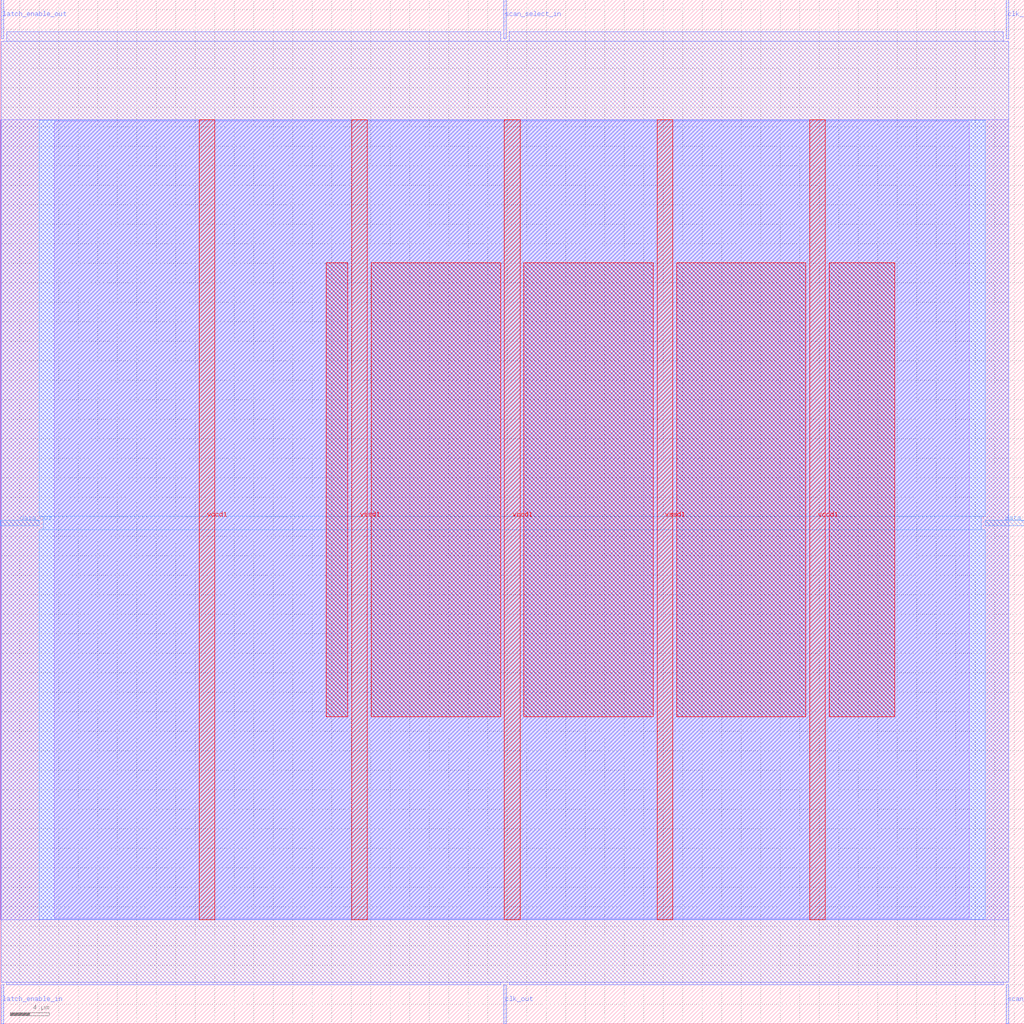
<source format=lef>
VERSION 5.7 ;
  NOWIREEXTENSIONATPIN ON ;
  DIVIDERCHAR "/" ;
  BUSBITCHARS "[]" ;
MACRO scan_wrapper_341342096033055316
  CLASS BLOCK ;
  FOREIGN scan_wrapper_341342096033055316 ;
  ORIGIN 0.000 0.000 ;
  SIZE 105.000 BY 105.000 ;
  PIN clk_in
    DIRECTION INPUT ;
    USE SIGNAL ;
    PORT
      LAYER met2 ;
        RECT 103.130 101.000 103.410 105.000 ;
    END
  END clk_in
  PIN clk_out
    DIRECTION OUTPUT TRISTATE ;
    USE SIGNAL ;
    PORT
      LAYER met2 ;
        RECT 51.610 0.000 51.890 4.000 ;
    END
  END clk_out
  PIN data_in
    DIRECTION INPUT ;
    USE SIGNAL ;
    PORT
      LAYER met3 ;
        RECT 101.000 51.040 105.000 51.640 ;
    END
  END data_in
  PIN data_out
    DIRECTION OUTPUT TRISTATE ;
    USE SIGNAL ;
    PORT
      LAYER met3 ;
        RECT 0.000 51.040 4.000 51.640 ;
    END
  END data_out
  PIN latch_enable_in
    DIRECTION INPUT ;
    USE SIGNAL ;
    PORT
      LAYER met2 ;
        RECT 0.090 0.000 0.370 4.000 ;
    END
  END latch_enable_in
  PIN latch_enable_out
    DIRECTION OUTPUT TRISTATE ;
    USE SIGNAL ;
    PORT
      LAYER met2 ;
        RECT 0.090 101.000 0.370 105.000 ;
    END
  END latch_enable_out
  PIN scan_select_in
    DIRECTION INPUT ;
    USE SIGNAL ;
    PORT
      LAYER met2 ;
        RECT 51.610 101.000 51.890 105.000 ;
    END
  END scan_select_in
  PIN scan_select_out
    DIRECTION OUTPUT TRISTATE ;
    USE SIGNAL ;
    PORT
      LAYER met2 ;
        RECT 103.130 0.000 103.410 4.000 ;
    END
  END scan_select_out
  PIN vccd1
    DIRECTION INPUT ;
    USE POWER ;
    PORT
      LAYER met4 ;
        RECT 20.380 10.640 21.980 92.720 ;
    END
    PORT
      LAYER met4 ;
        RECT 51.700 10.640 53.300 92.720 ;
    END
    PORT
      LAYER met4 ;
        RECT 83.020 10.640 84.620 92.720 ;
    END
  END vccd1
  PIN vssd1
    DIRECTION INPUT ;
    USE GROUND ;
    PORT
      LAYER met4 ;
        RECT 36.040 10.640 37.640 92.720 ;
    END
    PORT
      LAYER met4 ;
        RECT 67.360 10.640 68.960 92.720 ;
    END
  END vssd1
  OBS
      LAYER li1 ;
        RECT 5.520 10.795 99.360 92.565 ;
      LAYER met1 ;
        RECT 0.070 10.640 103.430 92.720 ;
      LAYER met2 ;
        RECT 0.650 100.720 51.330 101.730 ;
        RECT 52.170 100.720 102.850 101.730 ;
        RECT 0.100 4.280 103.400 100.720 ;
        RECT 0.650 4.000 51.330 4.280 ;
        RECT 52.170 4.000 102.850 4.280 ;
      LAYER met3 ;
        RECT 4.000 52.040 101.000 92.645 ;
        RECT 4.400 50.640 100.600 52.040 ;
        RECT 4.000 10.715 101.000 50.640 ;
      LAYER met4 ;
        RECT 33.415 31.455 35.640 78.025 ;
        RECT 38.040 31.455 51.300 78.025 ;
        RECT 53.700 31.455 66.960 78.025 ;
        RECT 69.360 31.455 82.620 78.025 ;
        RECT 85.020 31.455 91.705 78.025 ;
  END
END scan_wrapper_341342096033055316
END LIBRARY


</source>
